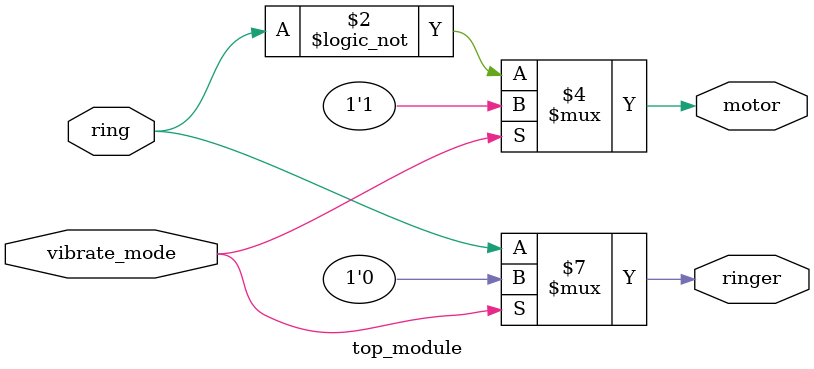
<source format=sv>
module top_module(
    input ring, 
    input vibrate_mode,
    output reg ringer,
    output reg motor
);

always @(*) begin
    if (vibrate_mode) begin
        ringer = 0;
        motor = 1;
    end
    else begin
        ringer = ring;
        motor = !ring;
    end
end

endmodule

</source>
